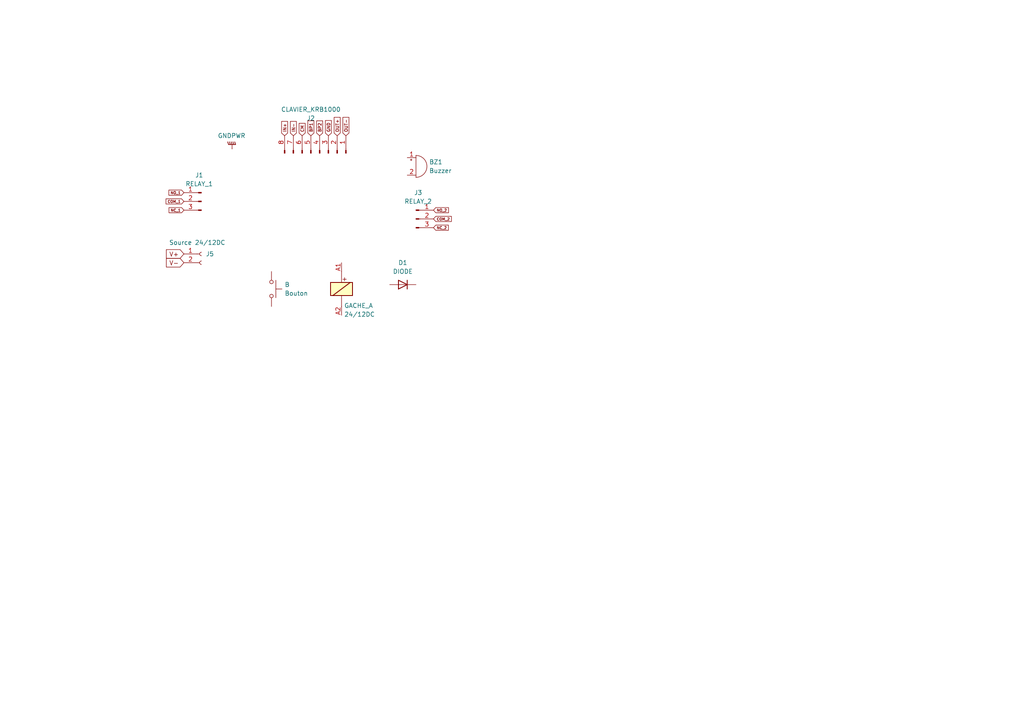
<source format=kicad_sch>
(kicad_sch (version 20231120) (generator "eeschema") (generator_version "8.0")
  (paper "A4")
  (lib_symbols
    (symbol "Connector:Conn_01x02_Socket" (pin_names (offset 1.016) hide)
      (property "Reference" "J" (at 0 2.54 0))
      (property "Value" "Conn_01x02_Socket" (at 0 -5.08 0))
      (symbol "Conn_01x02_Socket_1_1"
        (arc (start 0 -2.032) (mid -0.5058 -2.54) (end 0 -3.048) (stroke (width 0.1524)))
        (polyline (pts (xy -1.27 -2.54) (xy -0.508 -2.54)) (stroke (width 0.1524)))
        (polyline (pts (xy -1.27 0) (xy -0.508 0)) (stroke (width 0.1524)))
        (arc (start 0 0.508) (mid -0.5058 0) (end 0 -0.508) (stroke (width 0.1524)))
        (pin passive line (at -5.08 0 0) (length 3.81) (name "Pin_1") (number "1"))
        (pin passive line (at -5.08 -2.54 0) (length 3.81) (name "Pin_2") (number "2"))
      )
    )
    (symbol "Connector:Conn_01x03_Pin" (pin_names (offset 1.016) hide)
      (property "Reference" "J" (at 0 5.08 0))
      (property "Value" "Conn_01x03_Pin" (at 0 -5.08 0))
      (symbol "Conn_01x03_Pin_1_1"
        (polyline (pts (xy 1.27 -2.54) (xy 0.8636 -2.54)) (stroke (width 0.1524)))
        (polyline (pts (xy 1.27 0) (xy 0.8636 0)) (stroke (width 0.1524)))
        (polyline (pts (xy 1.27 2.54) (xy 0.8636 2.54)) (stroke (width 0.1524)))
        (rectangle (start 0.8636 -2.413) (end 0 -2.667) (stroke (width 0.1524)) (fill (type outline)))
        (rectangle (start 0.8636 0.127) (end 0 -0.127) (stroke (width 0.1524)) (fill (type outline)))
        (rectangle (start 0.8636 2.667) (end 0 2.413) (stroke (width 0.1524)) (fill (type outline)))
        (pin passive line (at 5.08 2.54 180) (length 3.81) (name "Pin_1") (number "1"))
        (pin passive line (at 5.08 0 180) (length 3.81) (name "Pin_2") (number "2"))
        (pin passive line (at 5.08 -2.54 180) (length 3.81) (name "Pin_3") (number "3"))
      )
    )
    (symbol "Connector:Conn_01x08_Pin" (pin_names (offset 1.016) hide)
      (property "Reference" "J" (at 0 10.16 0))
      (property "Value" "Conn_01x08_Pin" (at 0 -12.7 0))
      (symbol "Conn_01x08_Pin_1_1"
        (polyline (pts (xy 1.27 -10.16) (xy 0.8636 -10.16)) (stroke (width 0.1524)))
        (polyline (pts (xy 1.27 -7.62) (xy 0.8636 -7.62)) (stroke (width 0.1524)))
        (polyline (pts (xy 1.27 -5.08) (xy 0.8636 -5.08)) (stroke (width 0.1524)))
        (polyline (pts (xy 1.27 -2.54) (xy 0.8636 -2.54)) (stroke (width 0.1524)))
        (polyline (pts (xy 1.27 0) (xy 0.8636 0)) (stroke (width 0.1524)))
        (polyline (pts (xy 1.27 2.54) (xy 0.8636 2.54)) (stroke (width 0.1524)))
        (polyline (pts (xy 1.27 5.08) (xy 0.8636 5.08)) (stroke (width 0.1524)))
        (polyline (pts (xy 1.27 7.62) (xy 0.8636 7.62)) (stroke (width 0.1524)))
        (rectangle (start 0.8636 -10.033) (end 0 -10.287) (stroke (width 0.1524)) (fill (type outline)))
        (rectangle (start 0.8636 -7.493) (end 0 -7.747) (stroke (width 0.1524)) (fill (type outline)))
        (rectangle (start 0.8636 -4.953) (end 0 -5.207) (stroke (width 0.1524)) (fill (type outline)))
        (rectangle (start 0.8636 -2.413) (end 0 -2.667) (stroke (width 0.1524)) (fill (type outline)))
        (rectangle (start 0.8636 0.127) (end 0 -0.127) (stroke (width 0.1524)) (fill (type outline)))
        (rectangle (start 0.8636 2.667) (end 0 2.413) (stroke (width 0.1524)) (fill (type outline)))
        (rectangle (start 0.8636 5.207) (end 0 4.953) (stroke (width 0.1524)) (fill (type outline)))
        (rectangle (start 0.8636 7.747) (end 0 7.493) (stroke (width 0.1524)) (fill (type outline)))
        (pin passive line (at 5.08 7.62 180) (length 3.81) (name "Pin_1") (number "1"))
        (pin passive line (at 5.08 5.08 180) (length 3.81) (name "Pin_2") (number "2"))
        (pin passive line (at 5.08 2.54 180) (length 3.81) (name "Pin_3") (number "3"))
        (pin passive line (at 5.08 0 180) (length 3.81) (name "Pin_4") (number "4"))
        (pin passive line (at 5.08 -2.54 180) (length 3.81) (name "Pin_5") (number "5"))
        (pin passive line (at 5.08 -5.08 180) (length 3.81) (name "Pin_6") (number "6"))
        (pin passive line (at 5.08 -7.62 180) (length 3.81) (name "Pin_7") (number "7"))
        (pin passive line (at 5.08 -10.16 180) (length 3.81) (name "Pin_8") (number "8"))
      )
    )
    (symbol "Device:Buzzer" (pin_names (offset 0.0254) hide)
      (property "Reference" "BZ" (at 3.81 1.27 0))
      (property "Value" "Buzzer" (at 3.81 -1.27 0))
      (symbol "Buzzer_0_1"
        (arc (start 0 -3.175) (mid 3.1612 0) (end 0 3.175))
        (polyline (pts (xy -1.651 1.905) (xy -1.143 1.905)))
        (polyline (pts (xy -1.397 2.159) (xy -1.397 1.651)))
        (polyline (pts (xy 0 3.175) (xy 0 -3.175)))
      )
      (symbol "Buzzer_1_1"
        (pin passive line (at -2.54 2.54 0) (length 2.54) (name "+") (number "1"))
        (pin passive line (at -2.54 -2.54 0) (length 2.54) (name "-") (number "2"))
      )
    )
    (symbol "Device:D" (pin_numbers hide) (pin_names (offset 1.016) hide)
      (property "Reference" "D" (at 0 2.54 0))
      (property "Value" "D" (at 0 -2.54 0))
      (symbol "D_0_1"
        (polyline (pts (xy -1.27 1.27) (xy -1.27 -1.27)) (stroke (width 0.254)))
        (polyline (pts (xy 1.27 0) (xy -1.27 0)))
        (polyline (pts (xy 1.27 1.27) (xy 1.27 -1.27) (xy -1.27 0) (xy 1.27 1.27)) (stroke (width 0.254)))
      )
      (symbol "D_1_1"
        (pin passive line (at -3.81 0 0) (length 2.54) (name "K") (number "1"))
        (pin passive line (at 3.81 0 180) (length 2.54) (name "A") (number "2"))
      )
    )
    (symbol "Relay:COTO_3660_Split"
      (property "Reference" "K" (at 5.08 2.54 0))
      (property "Value" "COTO_3660_Split" (at 5.08 0 0))
      (symbol "COTO_3660_Split_1_0"
        (text "+" (at 0.889 2.921 0) (effects (font (size 1.27 1.27))))
      )
      (symbol "COTO_3660_Split_1_1"
        (rectangle (start -3.175 1.905) (end 3.175 -1.905) (stroke (width 0.254)) (fill (type background)))
        (polyline (pts (xy -2.54 -1.905) (xy 2.54 1.905)) (stroke (width 0.254)))
        (polyline (pts (xy 0 -5.08) (xy 0 -1.905)))
        (polyline (pts (xy 0 5.08) (xy 0 1.905)))
        (pin passive line (at 0 7.62 270) (length 2.54) (name "~") (number "A1"))
        (pin passive line (at 0 -7.62 90) (length 2.54) (name "~") (number "A2"))
      )
      (symbol "COTO_3660_Split_2_1"
        (polyline (pts (xy -3.175 0) (xy -2.54 0)) (stroke (width 0.254)))
        (polyline (pts (xy -1.905 0) (xy -1.27 0)) (stroke (width 0.254)))
        (polyline (pts (xy 0 2.54) (xy -1.905 -3.81)) (stroke (width 0.508)))
        (polyline (pts (xy 0 2.54) (xy 0 5.08)))
        (polyline (pts (xy 0 -5.08) (xy 0 -2.54) (xy -0.635 -3.175) (xy 0 -3.81)))
        (pin passive line (at 0 7.62 270) (length 2.54) (name "~") (number "13"))
        (pin passive line (at 0 -7.62 90) (length 2.54) (name "~") (number "14"))
      )
      (symbol "COTO_3660_Split_3_1"
        (polyline (pts (xy -3.175 0) (xy -2.54 0)) (stroke (width 0.254)))
        (polyline (pts (xy -1.905 0) (xy -1.27 0)) (stroke (width 0.254)))
        (polyline (pts (xy 0 2.54) (xy -1.905 -3.81)) (stroke (width 0.508)))
        (polyline (pts (xy 0 2.54) (xy 0 5.08)))
        (polyline (pts (xy 0 -5.08) (xy 0 -2.54) (xy -0.635 -3.175) (xy 0 -3.81)))
        (pin passive line (at 0 7.62 270) (length 2.54) (name "~") (number "23"))
        (pin passive line (at 0 -7.62 90) (length 2.54) (name "~") (number "24"))
      )
      (symbol "COTO_3660_Split_4_1"
        (polyline (pts (xy -3.175 0) (xy -2.54 0)) (stroke (width 0.254)))
        (polyline (pts (xy -1.905 0) (xy -1.27 0)) (stroke (width 0.254)))
        (polyline (pts (xy 0 2.54) (xy -1.905 -3.81)) (stroke (width 0.508)))
        (polyline (pts (xy 0 2.54) (xy 0 5.08)))
        (polyline (pts (xy 1.27 3.81) (xy 1.27 -3.81)) (stroke (width 0) (type dash)))
        (polyline (pts (xy 0 5.08) (xy 1.27 5.08) (xy 1.27 3.81)))
        (polyline (pts (xy 0 -5.08) (xy 0 -2.54) (xy -0.635 -3.175) (xy 0 -3.81)))
        (circle (center 0 5.08) (radius 0.1524))
        (pin passive line (at 0 7.62 270) (length 2.54) (name "~") (number "33"))
        (pin passive line (at 0 -7.62 90) (length 2.54) (name "~") (number "34"))
      )
    )
    (symbol "Switch:SW_Push" (pin_numbers hide) (pin_names (offset 1.016) hide)
      (property "Reference" "SW" (at 1.27 2.54 0))
      (property "Value" "SW_Push" (at 0 -1.524 0))
      (symbol "SW_Push_0_1"
        (circle (center -2.032 0) (radius 0.508))
        (polyline (pts (xy 0 1.27) (xy 0 3.048)))
        (polyline (pts (xy 2.54 1.27) (xy -2.54 1.27)))
        (circle (center 2.032 0) (radius 0.508))
        (pin passive line (at -5.08 0 0) (length 2.54) (name "1") (number "1"))
        (pin passive line (at 5.08 0 180) (length 2.54) (name "2") (number "2"))
      )
    )
    (symbol "power:GNDPWR" (power) (pin_numbers hide) (pin_names (offset 0) hide)
      (property "Value" "GNDPWR" (at 0 -3.302 0))
      (symbol "GNDPWR_0_1"
        (polyline (pts (xy 0 -1.27) (xy 0 0)))
        (polyline (pts (xy -1.016 -1.27) (xy -1.27 -2.032) (xy -1.27 -2.032)) (stroke (width 0.2032)))
        (polyline (pts (xy -0.508 -1.27) (xy -0.762 -2.032) (xy -0.762 -2.032)) (stroke (width 0.2032)))
        (polyline (pts (xy 0 -1.27) (xy -0.254 -2.032) (xy -0.254 -2.032)) (stroke (width 0.2032)))
        (polyline (pts (xy 0.508 -1.27) (xy 0.254 -2.032) (xy 0.254 -2.032)) (stroke (width 0.2032)))
        (polyline (pts (xy 1.016 -1.27) (xy -1.016 -1.27) (xy -1.016 -1.27)) (stroke (width 0.2032)))
        (polyline (pts (xy 1.016 -1.27) (xy 0.762 -2.032) (xy 0.762 -2.032) (xy 0.762 -2.032)) (stroke (width 0.2032)))
      )
      (symbol "GNDPWR_1_1"
        (pin power_in line (at 0 0 270) (length 0) (name "~") (number "1"))
      )
    )
  )
  (global_label "NC_2" (shape input) (at 125.73 66.04 0) (effects (font (size 0.762 0.762))) (property "Intersheetrefs" "${INTERSHEET_REFS}" (effects (hide yes))))
  (global_label "COM_2" (shape input) (at 125.73 63.5 0) (effects (font (size 0.762 0.762))) (property "Intersheetrefs" "${INTERSHEET_REFS}" (effects (hide yes))))
  (global_label "NO_1" (shape input) (at 53.34 55.88 180) (effects (font (size 0.762 0.762))) (property "Intersheetrefs" "${INTERSHEET_REFS}" (effects (hide yes))))
  (global_label "OUT+" (shape input) (at 97.79 39.37 90) (effects (font (size 0.889 0.889))) (property "Intersheetrefs" "${INTERSHEET_REFS}" (effects (hide yes))))
  (global_label "CM" (shape input) (at 87.63 39.37 90) (effects (font (size 0.889 0.889))) (property "Intersheetrefs" "${INTERSHEET_REFS}" (effects (hide yes))))
  (global_label "IN+" (shape input) (at 82.55 39.37 90) (effects (font (size 0.889 0.889))) (property "Intersheetrefs" "${INTERSHEET_REFS}" (effects (hide yes))))
  (global_label "GND" (shape input) (at 95.25 39.37 90) (effects (font (size 0.889 0.889))) (property "Intersheetrefs" "${INTERSHEET_REFS}" (effects (hide yes))))
  (global_label "IN-" (shape input) (at 85.09 39.37 90) (effects (font (size 0.889 0.889))) (property "Intersheetrefs" "${INTERSHEET_REFS}" (effects (hide yes))))
  (global_label "NC_1" (shape input) (at 53.34 60.96 180) (effects (font (size 0.762 0.762))) (property "Intersheetrefs" "${INTERSHEET_REFS}" (effects (hide yes))))
  (global_label "V+" (shape input) (at 53.34 73.66 180) (property "Intersheetrefs" "${INTERSHEET_REFS}" (effects (hide yes))))
  (global_label "NO_2" (shape input) (at 125.73 60.96 0) (effects (font (size 0.762 0.762))) (property "Intersheetrefs" "${INTERSHEET_REFS}" (effects (hide yes))))
  (global_label "BP2" (shape input) (at 92.71 39.37 90) (effects (font (size 0.889 0.889))) (property "Intersheetrefs" "${INTERSHEET_REFS}" (effects (hide yes))))
  (global_label "BP1" (shape input) (at 90.17 39.37 90) (effects (font (size 0.889 0.889))) (property "Intersheetrefs" "${INTERSHEET_REFS}" (effects (hide yes))))
  (global_label "V-" (shape input) (at 53.34 76.2 180) (property "Intersheetrefs" "${INTERSHEET_REFS}" (effects (hide yes))))
  (global_label "COM_1" (shape input) (at 53.34 58.42 180) (effects (font (size 0.762 0.762))) (property "Intersheetrefs" "${INTERSHEET_REFS}" (effects (hide yes))))
  (global_label "OUT-" (shape input) (at 100.33 39.37 90) (effects (font (size 0.889 0.889))) (property "Intersheetrefs" "${INTERSHEET_REFS}" (effects (hide yes))))
  (symbol (lib_id "Device:Buzzer") (at 120.65 48.26 0) (unit 1)
    (property "Reference" "BZ1" (at 124.46 46.9899 0) (effects (justify left)))
    (property "Value" "Buzzer" (at 124.46 49.5299 0) (effects (justify left)))
    (property "Description" "Buzzer, polarized" (effects (hide yes)))
  )
  (symbol (lib_id "Connector:Conn_01x08_Pin") (at 92.71 44.45 270) (mirror x) (unit 1)
    (property "Reference" "J2" (at 90.17 34.29 90))
    (property "Value" "CLAVIER_KRB1000" (at 90.17 31.75 90))
    (property "Description" "Generic connector, single row, 01x08, script generated" (effects (hide yes)))
  )
  (symbol (lib_id "power:GNDPWR") (at 67.31 43.18 0) (mirror x) (unit 1)
    (property "Reference" "#PWR01" (effects (hide yes)))
    (property "Value" "GNDPWR" (at 67.183 39.37 0))
    (property "Description" "Power symbol creates a global label with name \"GNDPWR\" , global ground" (effects (hide yes)))
  )
  (symbol (lib_id "Connector:Conn_01x03_Pin") (at 58.42 58.42 0) (mirror y) (unit 1)
    (property "Reference" "J1" (at 57.785 50.8 0))
    (property "Value" "RELAY_1" (at 57.785 53.34 0))
    (property "Footprint" "TerminalBlock_MetzConnect:TerminalBlock_MetzConnect_Type011_RT05503HBWC_1x03_P5.00mm_Horizontal" (effects (hide yes)))
    (property "Description" "Generic connector, single row, 01x03, script generated" (effects (hide yes)))
  )
  (symbol (lib_id "Connector:Conn_01x02_Socket") (at 58.42 73.66 0) (unit 1)
    (property "Reference" "J5" (at 59.69 73.6599 0) (effects (justify left)))
    (property "Value" "Source 24/12DC" (at 49.022 70.358 0) (effects (justify left)))
    (property "Description" "Generic connector, single row, 01x02, script generated" (effects (hide yes)))
  )
  (symbol (lib_id "Relay:COTO_3660_Split") (at 99.06 83.82 0) (unit 1)
    (property "Reference" "GACHE_" (at 99.822 88.646 0) (effects (justify left)))
    (property "Value" "24/12DC" (at 99.822 91.186 0) (effects (justify left)))
    (property "Footprint" "Relay_THT:Relay_3PST_COTO_3660" (effects (hide yes)))
    (property "Datasheet" "https://cotorelay.com/wp-content/uploads/2014/09/3600_series_reed_relay_datasheet.pdf" (effects (hide yes)))
    (property "Description" "Low thermal EMF 3PST-NO reed relay, 150V 0.25A, similar to 3650 but with shared shield/contact, 30.48x16.76x12.06mm" (effects (hide yes)))
  )
  (symbol (lib_id "Connector:Conn_01x03_Pin") (at 120.65 63.5 0) (unit 1)
    (property "Reference" "J3" (at 121.285 55.88 0))
    (property "Value" "RELAY_2" (at 121.285 58.42 0))
    (property "Footprint" "TerminalBlock_MetzConnect:TerminalBlock_MetzConnect_Type011_RT05503HBWC_1x03_P5.00mm_Horizontal" (effects (hide yes)))
    (property "Description" "Generic connector, single row, 01x03, script generated" (effects (hide yes)))
  )
  (symbol (lib_id "Device:D") (at 116.84 82.55 180) (unit 1)
    (property "Reference" "D1" (at 116.84 76.2 0))
    (property "Value" "DIODE" (at 116.84 78.74 0))
    (property "Description" "Diode" (effects (hide yes)))
    (property "Sim.Device" "D" (effects (hide yes)))
    (property "Sim.Pins" "1=K 2=A" (effects (hide yes)))
  )
  (symbol (lib_id "Switch:SW_Push") (at 78.74 83.82 270) (unit 1)
    (property "Reference" "B" (at 82.55 82.5499 90) (effects (justify left)))
    (property "Value" "Bouton" (at 82.55 85.0899 90) (effects (justify left)))
    (property "Description" "Push button switch, generic, two pins" (effects (hide yes)))
  )
)
</source>
